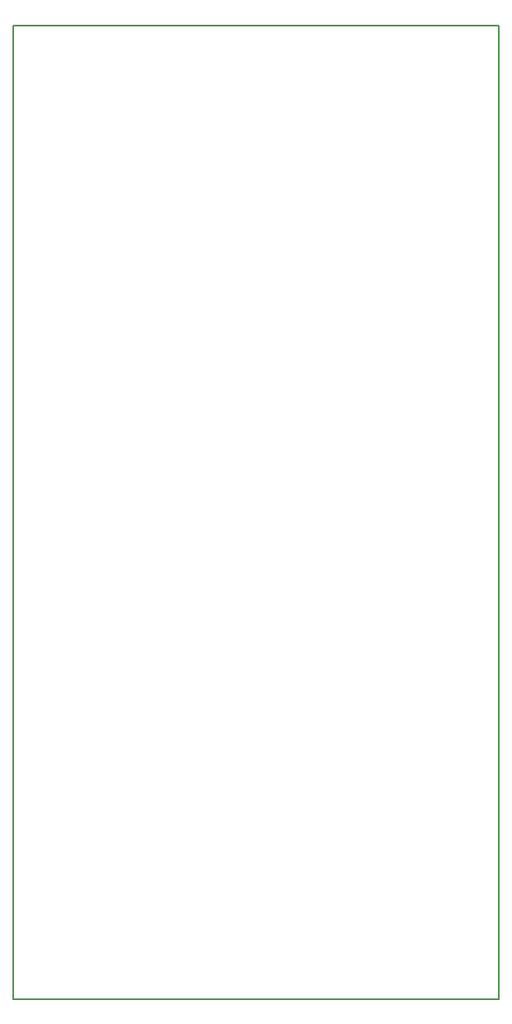
<source format=gm1>
G04 #@! TF.GenerationSoftware,KiCad,Pcbnew,(5.0.0-3-g5ebb6b6)*
G04 #@! TF.CreationDate,2019-04-25T19:55:48+02:00*
G04 #@! TF.ProjectId,triggerhappy,7472696767657268617070792E6B6963,rev?*
G04 #@! TF.SameCoordinates,Original*
G04 #@! TF.FileFunction,Profile,NP*
%FSLAX46Y46*%
G04 Gerber Fmt 4.6, Leading zero omitted, Abs format (unit mm)*
G04 Created by KiCad (PCBNEW (5.0.0-3-g5ebb6b6)) date Thursday 25 April 2019 19:55:48*
%MOMM*%
%LPD*%
G01*
G04 APERTURE LIST*
%ADD10C,0.150000*%
G04 APERTURE END LIST*
D10*
X177927000Y-145034000D02*
X227838000Y-145034000D01*
X177927000Y-45212000D02*
X177927000Y-145034000D01*
X227838000Y-45212000D02*
X177927000Y-45212000D01*
X227838000Y-145034000D02*
X227838000Y-45212000D01*
M02*

</source>
